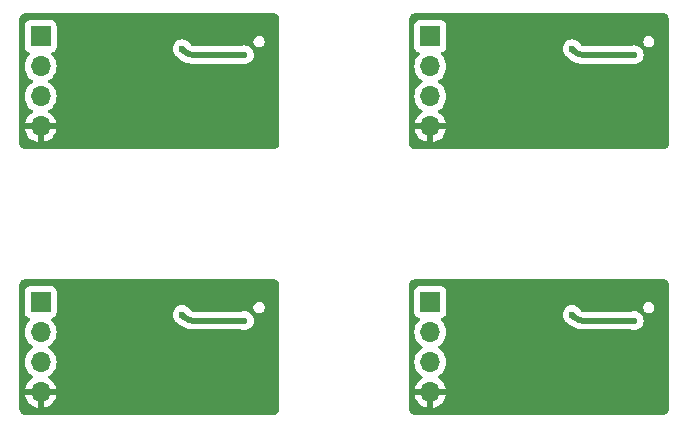
<source format=gbr>
%TF.GenerationSoftware,KiCad,Pcbnew,8.0.8-8.0.8-0~ubuntu24.04.1*%
%TF.CreationDate,2025-02-18T02:43:16+01:00*%
%TF.ProjectId,SPU0410LR5H_panel,53505530-3431-4304-9c52-35485f70616e,rev?*%
%TF.SameCoordinates,Original*%
%TF.FileFunction,Copper,L2,Bot*%
%TF.FilePolarity,Positive*%
%FSLAX46Y46*%
G04 Gerber Fmt 4.6, Leading zero omitted, Abs format (unit mm)*
G04 Created by KiCad (PCBNEW 8.0.8-8.0.8-0~ubuntu24.04.1) date 2025-02-18 02:43:16*
%MOMM*%
%LPD*%
G01*
G04 APERTURE LIST*
%TA.AperFunction,ComponentPad*%
%ADD10R,1.700000X1.700000*%
%TD*%
%TA.AperFunction,ComponentPad*%
%ADD11O,1.700000X1.700000*%
%TD*%
%TA.AperFunction,ViaPad*%
%ADD12C,0.600000*%
%TD*%
%TA.AperFunction,Conductor*%
%ADD13C,0.500000*%
%TD*%
G04 APERTURE END LIST*
D10*
%TO.P,J1,1,Pin_1*%
%TO.N,Board_2-+3.3V*%
X79300000Y-44950000D03*
D11*
%TO.P,J1,2,Pin_2*%
%TO.N,Board_2-OUTPUT*%
X79300000Y-47490000D03*
%TO.P,J1,3,Pin_3*%
%TO.N,Board_2-VCC{slash}2*%
X79300000Y-50030000D03*
%TO.P,J1,4,Pin_4*%
%TO.N,Board_2-GND*%
X79300000Y-52570000D03*
%TD*%
D10*
%TO.P,J1,1,Pin_1*%
%TO.N,Board_3-+3.3V*%
X112300000Y-44950000D03*
D11*
%TO.P,J1,2,Pin_2*%
%TO.N,Board_3-OUTPUT*%
X112300000Y-47490000D03*
%TO.P,J1,3,Pin_3*%
%TO.N,Board_3-VCC{slash}2*%
X112300000Y-50030000D03*
%TO.P,J1,4,Pin_4*%
%TO.N,Board_3-GND*%
X112300000Y-52570000D03*
%TD*%
D10*
%TO.P,J1,1,Pin_1*%
%TO.N,Board_0-+3.3V*%
X79300000Y-22450000D03*
D11*
%TO.P,J1,2,Pin_2*%
%TO.N,Board_0-OUTPUT*%
X79300000Y-24990000D03*
%TO.P,J1,3,Pin_3*%
%TO.N,Board_0-VCC{slash}2*%
X79300000Y-27530000D03*
%TO.P,J1,4,Pin_4*%
%TO.N,Board_0-GND*%
X79300000Y-30070000D03*
%TD*%
D10*
%TO.P,J1,1,Pin_1*%
%TO.N,Board_1-+3.3V*%
X112300000Y-22450000D03*
D11*
%TO.P,J1,2,Pin_2*%
%TO.N,Board_1-OUTPUT*%
X112300000Y-24990000D03*
%TO.P,J1,3,Pin_3*%
%TO.N,Board_1-VCC{slash}2*%
X112300000Y-27530000D03*
%TO.P,J1,4,Pin_4*%
%TO.N,Board_1-GND*%
X112300000Y-30070000D03*
%TD*%
D12*
%TO.N,Board_0-+3.3V*%
X91300000Y-23515000D03*
X96550000Y-24015000D03*
%TO.N,Board_0-GND*%
X83000000Y-30000000D03*
X86500000Y-30000000D03*
X95750000Y-31000000D03*
X84750000Y-22265000D03*
X88250000Y-30000000D03*
X86500000Y-22265000D03*
X82000000Y-31000000D03*
X87250000Y-31000000D03*
X94000000Y-31000000D03*
X89250000Y-25000000D03*
X97800000Y-24110499D03*
X93750000Y-22000000D03*
X88250000Y-22265000D03*
X83750000Y-31000000D03*
X84750000Y-30000000D03*
X95000000Y-30000000D03*
X97800000Y-26000000D03*
X95500000Y-22000000D03*
X96500000Y-21000000D03*
X81250000Y-30000000D03*
X90000000Y-26000000D03*
X85500000Y-31000000D03*
X94750000Y-21000000D03*
%TO.N,Board_1-+3.3V*%
X124300000Y-23515000D03*
X129550000Y-24015000D03*
%TO.N,Board_1-GND*%
X122250000Y-25000000D03*
X120250000Y-31000000D03*
X116000000Y-30000000D03*
X118500000Y-31000000D03*
X128000000Y-30000000D03*
X127000000Y-31000000D03*
X121250000Y-30000000D03*
X128500000Y-22000000D03*
X117750000Y-30000000D03*
X130800000Y-26000000D03*
X115000000Y-31000000D03*
X116750000Y-31000000D03*
X128750000Y-31000000D03*
X119500000Y-30000000D03*
X127750000Y-21000000D03*
X130800000Y-24110499D03*
X114250000Y-30000000D03*
X117750000Y-22265000D03*
X119500000Y-22265000D03*
X123000000Y-26000000D03*
X121250000Y-22265000D03*
X129500000Y-21000000D03*
X126750000Y-22000000D03*
%TO.N,Board_2-+3.3V*%
X96550000Y-46515000D03*
X91300000Y-46015000D03*
%TO.N,Board_2-GND*%
X89250000Y-47500000D03*
X87250000Y-53500000D03*
X94750000Y-43500000D03*
X82000000Y-53500000D03*
X95500000Y-44500000D03*
X81250000Y-52500000D03*
X96500000Y-43500000D03*
X97800000Y-46610499D03*
X84750000Y-52500000D03*
X88250000Y-52500000D03*
X95750000Y-53500000D03*
X94000000Y-53500000D03*
X97800000Y-48500000D03*
X84750000Y-44765000D03*
X88250000Y-44765000D03*
X86500000Y-44765000D03*
X83750000Y-53500000D03*
X83000000Y-52500000D03*
X90000000Y-48500000D03*
X85500000Y-53500000D03*
X95000000Y-52500000D03*
X86500000Y-52500000D03*
X93750000Y-44500000D03*
%TO.N,Board_3-+3.3V*%
X124300000Y-46015000D03*
X129550000Y-46515000D03*
%TO.N,Board_3-GND*%
X114250000Y-52500000D03*
X116750000Y-53500000D03*
X120250000Y-53500000D03*
X126750000Y-44500000D03*
X117750000Y-52500000D03*
X119500000Y-44765000D03*
X117750000Y-44765000D03*
X129500000Y-43500000D03*
X119500000Y-52500000D03*
X115000000Y-53500000D03*
X121250000Y-44765000D03*
X127000000Y-53500000D03*
X118500000Y-53500000D03*
X128750000Y-53500000D03*
X130800000Y-46610499D03*
X128500000Y-44500000D03*
X130800000Y-48500000D03*
X122250000Y-47500000D03*
X123000000Y-48500000D03*
X116000000Y-52500000D03*
X128000000Y-52500000D03*
X127750000Y-43500000D03*
X121250000Y-52500000D03*
%TD*%
D13*
%TO.N,Board_0-+3.3V*%
X92153553Y-24015000D02*
X96550000Y-24015000D01*
X91550000Y-23765000D02*
X91300000Y-23515000D01*
X91550000Y-23765000D02*
G75*
G03*
X92153553Y-24015019I603600J603600D01*
G01*
%TO.N,Board_1-+3.3V*%
X125153553Y-24015000D02*
X129550000Y-24015000D01*
X124550000Y-23765000D02*
X124300000Y-23515000D01*
X124550000Y-23765000D02*
G75*
G03*
X125153553Y-24015019I603600J603600D01*
G01*
%TO.N,Board_2-+3.3V*%
X91550000Y-46265000D02*
X91300000Y-46015000D01*
X92153553Y-46515000D02*
X96550000Y-46515000D01*
X91550000Y-46265000D02*
G75*
G03*
X92153553Y-46515019I603600J603600D01*
G01*
%TO.N,Board_3-+3.3V*%
X124550000Y-46265000D02*
X124300000Y-46015000D01*
X125153553Y-46515000D02*
X129550000Y-46515000D01*
X124550000Y-46265000D02*
G75*
G03*
X125153553Y-46515019I603600J603600D01*
G01*
%TD*%
%TA.AperFunction,Conductor*%
%TO.N,Board_2-GND*%
G36*
X99006923Y-43001280D02*
G01*
X99023412Y-43003137D01*
X99097268Y-43011458D01*
X99124325Y-43017633D01*
X99203547Y-43045354D01*
X99228550Y-43057395D01*
X99299607Y-43102043D01*
X99321314Y-43119355D01*
X99380646Y-43178687D01*
X99397958Y-43200395D01*
X99442601Y-43271442D01*
X99454650Y-43296462D01*
X99482364Y-43375667D01*
X99488542Y-43402735D01*
X99498720Y-43493059D01*
X99499500Y-43506944D01*
X99499500Y-53993040D01*
X99498720Y-54006923D01*
X99488541Y-54097265D01*
X99482362Y-54124337D01*
X99454649Y-54203535D01*
X99442602Y-54228552D01*
X99397957Y-54299604D01*
X99380644Y-54321313D01*
X99321313Y-54380644D01*
X99299604Y-54397957D01*
X99228552Y-54442602D01*
X99203535Y-54454649D01*
X99124337Y-54482362D01*
X99097266Y-54488541D01*
X99032898Y-54495793D01*
X99006922Y-54498720D01*
X98993041Y-54499500D01*
X78006963Y-54499500D01*
X77993079Y-54498720D01*
X77980554Y-54497308D01*
X77902736Y-54488540D01*
X77875667Y-54482362D01*
X77796463Y-54454648D01*
X77771444Y-54442599D01*
X77700398Y-54397957D01*
X77678690Y-54380645D01*
X77619356Y-54321311D01*
X77602043Y-54299602D01*
X77557399Y-54228552D01*
X77545354Y-54203539D01*
X77517637Y-54124331D01*
X77511462Y-54097277D01*
X77501278Y-54006892D01*
X77500500Y-53993020D01*
X77500500Y-47489999D01*
X77944341Y-47489999D01*
X77944341Y-47490000D01*
X77964936Y-47725403D01*
X77964938Y-47725413D01*
X78026094Y-47953655D01*
X78026096Y-47953659D01*
X78026097Y-47953663D01*
X78125965Y-48167830D01*
X78125967Y-48167834D01*
X78261501Y-48361395D01*
X78261506Y-48361402D01*
X78428597Y-48528493D01*
X78428603Y-48528498D01*
X78614158Y-48658425D01*
X78657783Y-48713002D01*
X78664977Y-48782500D01*
X78633454Y-48844855D01*
X78614158Y-48861575D01*
X78428597Y-48991505D01*
X78261505Y-49158597D01*
X78125965Y-49352169D01*
X78125964Y-49352171D01*
X78026098Y-49566335D01*
X78026094Y-49566344D01*
X77964938Y-49794586D01*
X77964936Y-49794596D01*
X77944341Y-50029999D01*
X77944341Y-50030000D01*
X77964936Y-50265403D01*
X77964938Y-50265413D01*
X78026094Y-50493655D01*
X78026096Y-50493659D01*
X78026097Y-50493663D01*
X78125965Y-50707830D01*
X78125967Y-50707834D01*
X78261501Y-50901395D01*
X78261506Y-50901402D01*
X78428597Y-51068493D01*
X78428603Y-51068498D01*
X78614594Y-51198730D01*
X78658219Y-51253307D01*
X78665413Y-51322805D01*
X78633890Y-51385160D01*
X78614595Y-51401880D01*
X78428922Y-51531890D01*
X78428920Y-51531891D01*
X78261891Y-51698920D01*
X78261886Y-51698926D01*
X78126400Y-51892420D01*
X78126399Y-51892422D01*
X78026570Y-52106507D01*
X78026567Y-52106513D01*
X77969364Y-52319999D01*
X77969364Y-52320000D01*
X78866988Y-52320000D01*
X78834075Y-52377007D01*
X78800000Y-52504174D01*
X78800000Y-52635826D01*
X78834075Y-52762993D01*
X78866988Y-52820000D01*
X77969364Y-52820000D01*
X78026567Y-53033486D01*
X78026570Y-53033492D01*
X78126399Y-53247578D01*
X78261894Y-53441082D01*
X78428917Y-53608105D01*
X78622421Y-53743600D01*
X78836507Y-53843429D01*
X78836516Y-53843433D01*
X79050000Y-53900634D01*
X79050000Y-53003012D01*
X79107007Y-53035925D01*
X79234174Y-53070000D01*
X79365826Y-53070000D01*
X79492993Y-53035925D01*
X79550000Y-53003012D01*
X79550000Y-53900633D01*
X79763483Y-53843433D01*
X79763492Y-53843429D01*
X79977578Y-53743600D01*
X80171082Y-53608105D01*
X80338105Y-53441082D01*
X80473600Y-53247578D01*
X80573429Y-53033492D01*
X80573432Y-53033486D01*
X80630636Y-52820000D01*
X79733012Y-52820000D01*
X79765925Y-52762993D01*
X79800000Y-52635826D01*
X79800000Y-52504174D01*
X79765925Y-52377007D01*
X79733012Y-52320000D01*
X80630636Y-52320000D01*
X80630635Y-52319999D01*
X80573432Y-52106513D01*
X80573429Y-52106507D01*
X80473600Y-51892422D01*
X80473599Y-51892420D01*
X80338113Y-51698926D01*
X80338108Y-51698920D01*
X80171078Y-51531890D01*
X79985405Y-51401879D01*
X79941780Y-51347302D01*
X79934588Y-51277804D01*
X79966110Y-51215449D01*
X79985406Y-51198730D01*
X80171401Y-51068495D01*
X80338495Y-50901401D01*
X80474035Y-50707830D01*
X80573903Y-50493663D01*
X80635063Y-50265408D01*
X80655659Y-50030000D01*
X80635063Y-49794592D01*
X80573903Y-49566337D01*
X80474035Y-49352171D01*
X80338495Y-49158599D01*
X80338494Y-49158597D01*
X80171402Y-48991506D01*
X80171396Y-48991501D01*
X79985842Y-48861575D01*
X79942217Y-48806998D01*
X79935023Y-48737500D01*
X79966546Y-48675145D01*
X79985842Y-48658425D01*
X80008026Y-48642891D01*
X80171401Y-48528495D01*
X80338495Y-48361401D01*
X80474035Y-48167830D01*
X80573903Y-47953663D01*
X80635063Y-47725408D01*
X80655659Y-47490000D01*
X80635063Y-47254592D01*
X80573903Y-47026337D01*
X80474035Y-46812171D01*
X80462489Y-46795682D01*
X80338496Y-46618600D01*
X80338495Y-46618599D01*
X80216567Y-46496671D01*
X80183084Y-46435351D01*
X80188068Y-46365659D01*
X80229939Y-46309725D01*
X80260915Y-46292810D01*
X80392331Y-46243796D01*
X80507546Y-46157546D01*
X80593796Y-46042331D01*
X80603991Y-46014996D01*
X90494435Y-46014996D01*
X90494435Y-46015003D01*
X90514630Y-46194249D01*
X90514631Y-46194254D01*
X90574211Y-46364523D01*
X90574925Y-46365659D01*
X90670184Y-46517262D01*
X90797738Y-46644816D01*
X90950478Y-46740789D01*
X90950480Y-46740789D01*
X90950484Y-46740792D01*
X90956756Y-46743813D01*
X90955869Y-46745653D01*
X90991937Y-46768305D01*
X91019315Y-46795683D01*
X91019315Y-46795682D01*
X91077470Y-46853838D01*
X91077924Y-46854263D01*
X91093671Y-46870011D01*
X91260467Y-46998000D01*
X91260479Y-46998009D01*
X91442569Y-47103143D01*
X91636823Y-47183613D01*
X91839918Y-47238040D01*
X92048380Y-47265495D01*
X92072823Y-47265495D01*
X92072889Y-47265500D01*
X92153511Y-47265500D01*
X92232392Y-47265504D01*
X92232397Y-47265502D01*
X92238786Y-47265503D01*
X92238863Y-47265500D01*
X96250028Y-47265500D01*
X96290983Y-47272458D01*
X96370745Y-47300368D01*
X96370750Y-47300369D01*
X96549996Y-47320565D01*
X96550000Y-47320565D01*
X96550004Y-47320565D01*
X96729249Y-47300369D01*
X96729252Y-47300368D01*
X96729255Y-47300368D01*
X96899522Y-47240789D01*
X97052262Y-47144816D01*
X97179816Y-47017262D01*
X97275789Y-46864522D01*
X97335368Y-46694255D01*
X97335369Y-46694249D01*
X97355565Y-46515003D01*
X97355565Y-46514996D01*
X97335369Y-46335750D01*
X97335368Y-46335745D01*
X97303194Y-46243797D01*
X97275789Y-46165478D01*
X97179816Y-46012738D01*
X97052262Y-45885184D01*
X96994031Y-45848595D01*
X96899523Y-45789211D01*
X96729254Y-45729631D01*
X96729249Y-45729630D01*
X96550004Y-45709435D01*
X96549996Y-45709435D01*
X96370750Y-45729630D01*
X96370745Y-45729631D01*
X96290983Y-45757542D01*
X96250028Y-45764500D01*
X92162230Y-45764500D01*
X92095191Y-45744815D01*
X92074549Y-45728181D01*
X92053307Y-45706939D01*
X92030653Y-45670869D01*
X92028813Y-45671756D01*
X92025792Y-45665484D01*
X92025789Y-45665480D01*
X92025789Y-45665478D01*
X91929816Y-45512738D01*
X91802262Y-45385184D01*
X91734966Y-45342899D01*
X97324500Y-45342899D01*
X97324500Y-45468101D01*
X97356905Y-45589036D01*
X97419505Y-45697464D01*
X97508036Y-45785995D01*
X97616464Y-45848595D01*
X97737399Y-45881000D01*
X97737401Y-45881000D01*
X97862599Y-45881000D01*
X97862601Y-45881000D01*
X97983536Y-45848595D01*
X98091964Y-45785995D01*
X98180495Y-45697464D01*
X98243095Y-45589036D01*
X98275500Y-45468101D01*
X98275500Y-45342899D01*
X98243095Y-45221964D01*
X98180495Y-45113536D01*
X98091964Y-45025005D01*
X97983536Y-44962405D01*
X97983537Y-44962405D01*
X97943224Y-44951603D01*
X97862601Y-44930000D01*
X97737399Y-44930000D01*
X97656775Y-44951603D01*
X97616463Y-44962405D01*
X97508037Y-45025004D01*
X97508034Y-45025006D01*
X97419506Y-45113534D01*
X97419504Y-45113537D01*
X97356905Y-45221963D01*
X97354850Y-45229632D01*
X97324500Y-45342899D01*
X91734966Y-45342899D01*
X91649523Y-45289211D01*
X91479254Y-45229631D01*
X91479249Y-45229630D01*
X91300004Y-45209435D01*
X91299996Y-45209435D01*
X91120750Y-45229630D01*
X91120745Y-45229631D01*
X90950476Y-45289211D01*
X90797737Y-45385184D01*
X90670184Y-45512737D01*
X90574211Y-45665476D01*
X90514631Y-45835745D01*
X90514630Y-45835750D01*
X90494435Y-46014996D01*
X80603991Y-46014996D01*
X80644091Y-45907483D01*
X80650500Y-45847873D01*
X80650499Y-44052128D01*
X80644091Y-43992517D01*
X80593796Y-43857669D01*
X80593795Y-43857668D01*
X80593793Y-43857664D01*
X80507547Y-43742455D01*
X80507544Y-43742452D01*
X80392335Y-43656206D01*
X80392328Y-43656202D01*
X80257482Y-43605908D01*
X80257483Y-43605908D01*
X80197883Y-43599501D01*
X80197881Y-43599500D01*
X80197873Y-43599500D01*
X80197864Y-43599500D01*
X78402129Y-43599500D01*
X78402123Y-43599501D01*
X78342516Y-43605908D01*
X78207671Y-43656202D01*
X78207664Y-43656206D01*
X78092455Y-43742452D01*
X78092452Y-43742455D01*
X78006206Y-43857664D01*
X78006202Y-43857671D01*
X77955908Y-43992517D01*
X77949501Y-44052116D01*
X77949501Y-44052123D01*
X77949500Y-44052135D01*
X77949500Y-45847870D01*
X77949501Y-45847876D01*
X77955908Y-45907483D01*
X78006202Y-46042328D01*
X78006206Y-46042335D01*
X78092452Y-46157544D01*
X78092455Y-46157547D01*
X78207664Y-46243793D01*
X78207671Y-46243797D01*
X78339081Y-46292810D01*
X78395015Y-46334681D01*
X78419432Y-46400145D01*
X78404580Y-46468418D01*
X78383430Y-46496673D01*
X78261503Y-46618600D01*
X78125965Y-46812169D01*
X78125964Y-46812171D01*
X78026098Y-47026335D01*
X78026094Y-47026344D01*
X77964938Y-47254586D01*
X77964936Y-47254596D01*
X77944341Y-47489999D01*
X77500500Y-47489999D01*
X77500500Y-43506960D01*
X77501280Y-43493076D01*
X77501282Y-43493059D01*
X77511459Y-43402732D01*
X77517637Y-43375667D01*
X77545353Y-43296456D01*
X77557396Y-43271450D01*
X77602046Y-43200389D01*
X77619351Y-43178690D01*
X77678690Y-43119351D01*
X77700389Y-43102046D01*
X77771450Y-43057396D01*
X77796456Y-43045353D01*
X77875670Y-43017635D01*
X77902733Y-43011459D01*
X77965326Y-43004407D01*
X77993080Y-43001280D01*
X78006963Y-43000500D01*
X78065893Y-43000500D01*
X98934108Y-43000500D01*
X98993041Y-43000500D01*
X99006923Y-43001280D01*
G37*
%TD.AperFunction*%
%TD*%
%TA.AperFunction,Conductor*%
%TO.N,Board_0-GND*%
G36*
X99006923Y-20501280D02*
G01*
X99023412Y-20503137D01*
X99097268Y-20511458D01*
X99124325Y-20517633D01*
X99203547Y-20545354D01*
X99228550Y-20557395D01*
X99299607Y-20602043D01*
X99321314Y-20619355D01*
X99380646Y-20678687D01*
X99397958Y-20700395D01*
X99442601Y-20771442D01*
X99454650Y-20796462D01*
X99482364Y-20875667D01*
X99488542Y-20902735D01*
X99498720Y-20993059D01*
X99499500Y-21006944D01*
X99499500Y-31493040D01*
X99498720Y-31506923D01*
X99488541Y-31597265D01*
X99482362Y-31624337D01*
X99454649Y-31703535D01*
X99442602Y-31728552D01*
X99397957Y-31799604D01*
X99380644Y-31821313D01*
X99321313Y-31880644D01*
X99299604Y-31897957D01*
X99228552Y-31942602D01*
X99203535Y-31954649D01*
X99124337Y-31982362D01*
X99097266Y-31988541D01*
X99032898Y-31995793D01*
X99006922Y-31998720D01*
X98993041Y-31999500D01*
X78006963Y-31999500D01*
X77993079Y-31998720D01*
X77980554Y-31997308D01*
X77902736Y-31988540D01*
X77875667Y-31982362D01*
X77796463Y-31954648D01*
X77771444Y-31942599D01*
X77700398Y-31897957D01*
X77678690Y-31880645D01*
X77619356Y-31821311D01*
X77602043Y-31799602D01*
X77557399Y-31728552D01*
X77545354Y-31703539D01*
X77517637Y-31624331D01*
X77511462Y-31597277D01*
X77501278Y-31506892D01*
X77500500Y-31493020D01*
X77500500Y-24989999D01*
X77944341Y-24989999D01*
X77944341Y-24990000D01*
X77964936Y-25225403D01*
X77964938Y-25225413D01*
X78026094Y-25453655D01*
X78026096Y-25453659D01*
X78026097Y-25453663D01*
X78125965Y-25667830D01*
X78125967Y-25667834D01*
X78261501Y-25861395D01*
X78261506Y-25861402D01*
X78428597Y-26028493D01*
X78428603Y-26028498D01*
X78614158Y-26158425D01*
X78657783Y-26213002D01*
X78664977Y-26282500D01*
X78633454Y-26344855D01*
X78614158Y-26361575D01*
X78428597Y-26491505D01*
X78261505Y-26658597D01*
X78125965Y-26852169D01*
X78125964Y-26852171D01*
X78026098Y-27066335D01*
X78026094Y-27066344D01*
X77964938Y-27294586D01*
X77964936Y-27294596D01*
X77944341Y-27529999D01*
X77944341Y-27530000D01*
X77964936Y-27765403D01*
X77964938Y-27765413D01*
X78026094Y-27993655D01*
X78026096Y-27993659D01*
X78026097Y-27993663D01*
X78125965Y-28207830D01*
X78125967Y-28207834D01*
X78261501Y-28401395D01*
X78261506Y-28401402D01*
X78428597Y-28568493D01*
X78428603Y-28568498D01*
X78614594Y-28698730D01*
X78658219Y-28753307D01*
X78665413Y-28822805D01*
X78633890Y-28885160D01*
X78614595Y-28901880D01*
X78428922Y-29031890D01*
X78428920Y-29031891D01*
X78261891Y-29198920D01*
X78261886Y-29198926D01*
X78126400Y-29392420D01*
X78126399Y-29392422D01*
X78026570Y-29606507D01*
X78026567Y-29606513D01*
X77969364Y-29819999D01*
X77969364Y-29820000D01*
X78866988Y-29820000D01*
X78834075Y-29877007D01*
X78800000Y-30004174D01*
X78800000Y-30135826D01*
X78834075Y-30262993D01*
X78866988Y-30320000D01*
X77969364Y-30320000D01*
X78026567Y-30533486D01*
X78026570Y-30533492D01*
X78126399Y-30747578D01*
X78261894Y-30941082D01*
X78428917Y-31108105D01*
X78622421Y-31243600D01*
X78836507Y-31343429D01*
X78836516Y-31343433D01*
X79050000Y-31400634D01*
X79050000Y-30503012D01*
X79107007Y-30535925D01*
X79234174Y-30570000D01*
X79365826Y-30570000D01*
X79492993Y-30535925D01*
X79550000Y-30503012D01*
X79550000Y-31400633D01*
X79763483Y-31343433D01*
X79763492Y-31343429D01*
X79977578Y-31243600D01*
X80171082Y-31108105D01*
X80338105Y-30941082D01*
X80473600Y-30747578D01*
X80573429Y-30533492D01*
X80573432Y-30533486D01*
X80630636Y-30320000D01*
X79733012Y-30320000D01*
X79765925Y-30262993D01*
X79800000Y-30135826D01*
X79800000Y-30004174D01*
X79765925Y-29877007D01*
X79733012Y-29820000D01*
X80630636Y-29820000D01*
X80630635Y-29819999D01*
X80573432Y-29606513D01*
X80573429Y-29606507D01*
X80473600Y-29392422D01*
X80473599Y-29392420D01*
X80338113Y-29198926D01*
X80338108Y-29198920D01*
X80171078Y-29031890D01*
X79985405Y-28901879D01*
X79941780Y-28847302D01*
X79934588Y-28777804D01*
X79966110Y-28715449D01*
X79985406Y-28698730D01*
X80171401Y-28568495D01*
X80338495Y-28401401D01*
X80474035Y-28207830D01*
X80573903Y-27993663D01*
X80635063Y-27765408D01*
X80655659Y-27530000D01*
X80635063Y-27294592D01*
X80573903Y-27066337D01*
X80474035Y-26852171D01*
X80338495Y-26658599D01*
X80338494Y-26658597D01*
X80171402Y-26491506D01*
X80171396Y-26491501D01*
X79985842Y-26361575D01*
X79942217Y-26306998D01*
X79935023Y-26237500D01*
X79966546Y-26175145D01*
X79985842Y-26158425D01*
X80008026Y-26142891D01*
X80171401Y-26028495D01*
X80338495Y-25861401D01*
X80474035Y-25667830D01*
X80573903Y-25453663D01*
X80635063Y-25225408D01*
X80655659Y-24990000D01*
X80635063Y-24754592D01*
X80573903Y-24526337D01*
X80474035Y-24312171D01*
X80462489Y-24295682D01*
X80338496Y-24118600D01*
X80338495Y-24118599D01*
X80216567Y-23996671D01*
X80183084Y-23935351D01*
X80188068Y-23865659D01*
X80229939Y-23809725D01*
X80260915Y-23792810D01*
X80392331Y-23743796D01*
X80507546Y-23657546D01*
X80593796Y-23542331D01*
X80603991Y-23514996D01*
X90494435Y-23514996D01*
X90494435Y-23515003D01*
X90514630Y-23694249D01*
X90514631Y-23694254D01*
X90574211Y-23864523D01*
X90574925Y-23865659D01*
X90670184Y-24017262D01*
X90797738Y-24144816D01*
X90950478Y-24240789D01*
X90950480Y-24240789D01*
X90950484Y-24240792D01*
X90956756Y-24243813D01*
X90955869Y-24245653D01*
X90991937Y-24268305D01*
X91019315Y-24295683D01*
X91019315Y-24295682D01*
X91077470Y-24353838D01*
X91077924Y-24354263D01*
X91093671Y-24370011D01*
X91260467Y-24498000D01*
X91260479Y-24498009D01*
X91442569Y-24603143D01*
X91636823Y-24683613D01*
X91839918Y-24738040D01*
X92048380Y-24765495D01*
X92072823Y-24765495D01*
X92072889Y-24765500D01*
X92153511Y-24765500D01*
X92232392Y-24765504D01*
X92232397Y-24765502D01*
X92238786Y-24765503D01*
X92238863Y-24765500D01*
X96250028Y-24765500D01*
X96290983Y-24772458D01*
X96370745Y-24800368D01*
X96370750Y-24800369D01*
X96549996Y-24820565D01*
X96550000Y-24820565D01*
X96550004Y-24820565D01*
X96729249Y-24800369D01*
X96729252Y-24800368D01*
X96729255Y-24800368D01*
X96899522Y-24740789D01*
X97052262Y-24644816D01*
X97179816Y-24517262D01*
X97275789Y-24364522D01*
X97335368Y-24194255D01*
X97335369Y-24194249D01*
X97355565Y-24015003D01*
X97355565Y-24014996D01*
X97335369Y-23835750D01*
X97335368Y-23835745D01*
X97303194Y-23743797D01*
X97275789Y-23665478D01*
X97179816Y-23512738D01*
X97052262Y-23385184D01*
X96994031Y-23348595D01*
X96899523Y-23289211D01*
X96729254Y-23229631D01*
X96729249Y-23229630D01*
X96550004Y-23209435D01*
X96549996Y-23209435D01*
X96370750Y-23229630D01*
X96370745Y-23229631D01*
X96290983Y-23257542D01*
X96250028Y-23264500D01*
X92162230Y-23264500D01*
X92095191Y-23244815D01*
X92074549Y-23228181D01*
X92053307Y-23206939D01*
X92030653Y-23170869D01*
X92028813Y-23171756D01*
X92025792Y-23165484D01*
X92025789Y-23165480D01*
X92025789Y-23165478D01*
X91929816Y-23012738D01*
X91802262Y-22885184D01*
X91734966Y-22842899D01*
X97324500Y-22842899D01*
X97324500Y-22968101D01*
X97356905Y-23089036D01*
X97419505Y-23197464D01*
X97508036Y-23285995D01*
X97616464Y-23348595D01*
X97737399Y-23381000D01*
X97737401Y-23381000D01*
X97862599Y-23381000D01*
X97862601Y-23381000D01*
X97983536Y-23348595D01*
X98091964Y-23285995D01*
X98180495Y-23197464D01*
X98243095Y-23089036D01*
X98275500Y-22968101D01*
X98275500Y-22842899D01*
X98243095Y-22721964D01*
X98180495Y-22613536D01*
X98091964Y-22525005D01*
X97983536Y-22462405D01*
X97983537Y-22462405D01*
X97943224Y-22451603D01*
X97862601Y-22430000D01*
X97737399Y-22430000D01*
X97656775Y-22451603D01*
X97616463Y-22462405D01*
X97508037Y-22525004D01*
X97508034Y-22525006D01*
X97419506Y-22613534D01*
X97419504Y-22613537D01*
X97356905Y-22721963D01*
X97354850Y-22729632D01*
X97324500Y-22842899D01*
X91734966Y-22842899D01*
X91649523Y-22789211D01*
X91479254Y-22729631D01*
X91479249Y-22729630D01*
X91300004Y-22709435D01*
X91299996Y-22709435D01*
X91120750Y-22729630D01*
X91120745Y-22729631D01*
X90950476Y-22789211D01*
X90797737Y-22885184D01*
X90670184Y-23012737D01*
X90574211Y-23165476D01*
X90514631Y-23335745D01*
X90514630Y-23335750D01*
X90494435Y-23514996D01*
X80603991Y-23514996D01*
X80644091Y-23407483D01*
X80650500Y-23347873D01*
X80650499Y-21552128D01*
X80644091Y-21492517D01*
X80593796Y-21357669D01*
X80593795Y-21357668D01*
X80593793Y-21357664D01*
X80507547Y-21242455D01*
X80507544Y-21242452D01*
X80392335Y-21156206D01*
X80392328Y-21156202D01*
X80257482Y-21105908D01*
X80257483Y-21105908D01*
X80197883Y-21099501D01*
X80197881Y-21099500D01*
X80197873Y-21099500D01*
X80197864Y-21099500D01*
X78402129Y-21099500D01*
X78402123Y-21099501D01*
X78342516Y-21105908D01*
X78207671Y-21156202D01*
X78207664Y-21156206D01*
X78092455Y-21242452D01*
X78092452Y-21242455D01*
X78006206Y-21357664D01*
X78006202Y-21357671D01*
X77955908Y-21492517D01*
X77949501Y-21552116D01*
X77949501Y-21552123D01*
X77949500Y-21552135D01*
X77949500Y-23347870D01*
X77949501Y-23347876D01*
X77955908Y-23407483D01*
X78006202Y-23542328D01*
X78006206Y-23542335D01*
X78092452Y-23657544D01*
X78092455Y-23657547D01*
X78207664Y-23743793D01*
X78207671Y-23743797D01*
X78339081Y-23792810D01*
X78395015Y-23834681D01*
X78419432Y-23900145D01*
X78404580Y-23968418D01*
X78383430Y-23996673D01*
X78261503Y-24118600D01*
X78125965Y-24312169D01*
X78125964Y-24312171D01*
X78026098Y-24526335D01*
X78026094Y-24526344D01*
X77964938Y-24754586D01*
X77964936Y-24754596D01*
X77944341Y-24989999D01*
X77500500Y-24989999D01*
X77500500Y-21006960D01*
X77501280Y-20993076D01*
X77501282Y-20993059D01*
X77511459Y-20902732D01*
X77517637Y-20875667D01*
X77545353Y-20796456D01*
X77557396Y-20771450D01*
X77602046Y-20700389D01*
X77619351Y-20678690D01*
X77678690Y-20619351D01*
X77700389Y-20602046D01*
X77771450Y-20557396D01*
X77796456Y-20545353D01*
X77875670Y-20517635D01*
X77902733Y-20511459D01*
X77965326Y-20504407D01*
X77993080Y-20501280D01*
X78006963Y-20500500D01*
X78065893Y-20500500D01*
X98934108Y-20500500D01*
X98993041Y-20500500D01*
X99006923Y-20501280D01*
G37*
%TD.AperFunction*%
%TD*%
%TA.AperFunction,Conductor*%
%TO.N,Board_1-GND*%
G36*
X132006923Y-20501280D02*
G01*
X132023412Y-20503137D01*
X132097268Y-20511458D01*
X132124325Y-20517633D01*
X132203547Y-20545354D01*
X132228550Y-20557395D01*
X132299607Y-20602043D01*
X132321314Y-20619355D01*
X132380646Y-20678687D01*
X132397958Y-20700395D01*
X132442601Y-20771442D01*
X132454650Y-20796462D01*
X132482364Y-20875667D01*
X132488542Y-20902735D01*
X132498720Y-20993059D01*
X132499500Y-21006944D01*
X132499500Y-31493040D01*
X132498720Y-31506923D01*
X132488541Y-31597265D01*
X132482362Y-31624337D01*
X132454649Y-31703535D01*
X132442602Y-31728552D01*
X132397957Y-31799604D01*
X132380644Y-31821313D01*
X132321313Y-31880644D01*
X132299604Y-31897957D01*
X132228552Y-31942602D01*
X132203535Y-31954649D01*
X132124337Y-31982362D01*
X132097266Y-31988541D01*
X132032898Y-31995793D01*
X132006922Y-31998720D01*
X131993041Y-31999500D01*
X111006963Y-31999500D01*
X110993079Y-31998720D01*
X110980554Y-31997308D01*
X110902736Y-31988540D01*
X110875667Y-31982362D01*
X110796463Y-31954648D01*
X110771444Y-31942599D01*
X110700398Y-31897957D01*
X110678690Y-31880645D01*
X110619356Y-31821311D01*
X110602043Y-31799602D01*
X110557399Y-31728552D01*
X110545354Y-31703539D01*
X110517637Y-31624331D01*
X110511462Y-31597277D01*
X110501278Y-31506892D01*
X110500500Y-31493020D01*
X110500500Y-24989999D01*
X110944341Y-24989999D01*
X110944341Y-24990000D01*
X110964936Y-25225403D01*
X110964938Y-25225413D01*
X111026094Y-25453655D01*
X111026096Y-25453659D01*
X111026097Y-25453663D01*
X111125965Y-25667830D01*
X111125967Y-25667834D01*
X111261501Y-25861395D01*
X111261506Y-25861402D01*
X111428597Y-26028493D01*
X111428603Y-26028498D01*
X111614158Y-26158425D01*
X111657783Y-26213002D01*
X111664977Y-26282500D01*
X111633454Y-26344855D01*
X111614158Y-26361575D01*
X111428597Y-26491505D01*
X111261505Y-26658597D01*
X111125965Y-26852169D01*
X111125964Y-26852171D01*
X111026098Y-27066335D01*
X111026094Y-27066344D01*
X110964938Y-27294586D01*
X110964936Y-27294596D01*
X110944341Y-27529999D01*
X110944341Y-27530000D01*
X110964936Y-27765403D01*
X110964938Y-27765413D01*
X111026094Y-27993655D01*
X111026096Y-27993659D01*
X111026097Y-27993663D01*
X111125965Y-28207830D01*
X111125967Y-28207834D01*
X111261501Y-28401395D01*
X111261506Y-28401402D01*
X111428597Y-28568493D01*
X111428603Y-28568498D01*
X111614594Y-28698730D01*
X111658219Y-28753307D01*
X111665413Y-28822805D01*
X111633890Y-28885160D01*
X111614595Y-28901880D01*
X111428922Y-29031890D01*
X111428920Y-29031891D01*
X111261891Y-29198920D01*
X111261886Y-29198926D01*
X111126400Y-29392420D01*
X111126399Y-29392422D01*
X111026570Y-29606507D01*
X111026567Y-29606513D01*
X110969364Y-29819999D01*
X110969364Y-29820000D01*
X111866988Y-29820000D01*
X111834075Y-29877007D01*
X111800000Y-30004174D01*
X111800000Y-30135826D01*
X111834075Y-30262993D01*
X111866988Y-30320000D01*
X110969364Y-30320000D01*
X111026567Y-30533486D01*
X111026570Y-30533492D01*
X111126399Y-30747578D01*
X111261894Y-30941082D01*
X111428917Y-31108105D01*
X111622421Y-31243600D01*
X111836507Y-31343429D01*
X111836516Y-31343433D01*
X112050000Y-31400634D01*
X112050000Y-30503012D01*
X112107007Y-30535925D01*
X112234174Y-30570000D01*
X112365826Y-30570000D01*
X112492993Y-30535925D01*
X112550000Y-30503012D01*
X112550000Y-31400633D01*
X112763483Y-31343433D01*
X112763492Y-31343429D01*
X112977578Y-31243600D01*
X113171082Y-31108105D01*
X113338105Y-30941082D01*
X113473600Y-30747578D01*
X113573429Y-30533492D01*
X113573432Y-30533486D01*
X113630636Y-30320000D01*
X112733012Y-30320000D01*
X112765925Y-30262993D01*
X112800000Y-30135826D01*
X112800000Y-30004174D01*
X112765925Y-29877007D01*
X112733012Y-29820000D01*
X113630636Y-29820000D01*
X113630635Y-29819999D01*
X113573432Y-29606513D01*
X113573429Y-29606507D01*
X113473600Y-29392422D01*
X113473599Y-29392420D01*
X113338113Y-29198926D01*
X113338108Y-29198920D01*
X113171078Y-29031890D01*
X112985405Y-28901879D01*
X112941780Y-28847302D01*
X112934588Y-28777804D01*
X112966110Y-28715449D01*
X112985406Y-28698730D01*
X113171401Y-28568495D01*
X113338495Y-28401401D01*
X113474035Y-28207830D01*
X113573903Y-27993663D01*
X113635063Y-27765408D01*
X113655659Y-27530000D01*
X113635063Y-27294592D01*
X113573903Y-27066337D01*
X113474035Y-26852171D01*
X113338495Y-26658599D01*
X113338494Y-26658597D01*
X113171402Y-26491506D01*
X113171396Y-26491501D01*
X112985842Y-26361575D01*
X112942217Y-26306998D01*
X112935023Y-26237500D01*
X112966546Y-26175145D01*
X112985842Y-26158425D01*
X113008026Y-26142891D01*
X113171401Y-26028495D01*
X113338495Y-25861401D01*
X113474035Y-25667830D01*
X113573903Y-25453663D01*
X113635063Y-25225408D01*
X113655659Y-24990000D01*
X113635063Y-24754592D01*
X113573903Y-24526337D01*
X113474035Y-24312171D01*
X113462489Y-24295682D01*
X113338496Y-24118600D01*
X113338495Y-24118599D01*
X113216567Y-23996671D01*
X113183084Y-23935351D01*
X113188068Y-23865659D01*
X113229939Y-23809725D01*
X113260915Y-23792810D01*
X113392331Y-23743796D01*
X113507546Y-23657546D01*
X113593796Y-23542331D01*
X113603991Y-23514996D01*
X123494435Y-23514996D01*
X123494435Y-23515003D01*
X123514630Y-23694249D01*
X123514631Y-23694254D01*
X123574211Y-23864523D01*
X123574925Y-23865659D01*
X123670184Y-24017262D01*
X123797738Y-24144816D01*
X123950478Y-24240789D01*
X123950480Y-24240789D01*
X123950484Y-24240792D01*
X123956756Y-24243813D01*
X123955869Y-24245653D01*
X123991937Y-24268305D01*
X124019315Y-24295683D01*
X124019315Y-24295682D01*
X124077470Y-24353838D01*
X124077924Y-24354263D01*
X124093671Y-24370011D01*
X124260467Y-24498000D01*
X124260479Y-24498009D01*
X124442569Y-24603143D01*
X124636823Y-24683613D01*
X124839918Y-24738040D01*
X125048380Y-24765495D01*
X125072823Y-24765495D01*
X125072889Y-24765500D01*
X125153511Y-24765500D01*
X125232392Y-24765504D01*
X125232397Y-24765502D01*
X125238786Y-24765503D01*
X125238863Y-24765500D01*
X129250028Y-24765500D01*
X129290983Y-24772458D01*
X129370745Y-24800368D01*
X129370750Y-24800369D01*
X129549996Y-24820565D01*
X129550000Y-24820565D01*
X129550004Y-24820565D01*
X129729249Y-24800369D01*
X129729252Y-24800368D01*
X129729255Y-24800368D01*
X129899522Y-24740789D01*
X130052262Y-24644816D01*
X130179816Y-24517262D01*
X130275789Y-24364522D01*
X130335368Y-24194255D01*
X130335369Y-24194249D01*
X130355565Y-24015003D01*
X130355565Y-24014996D01*
X130335369Y-23835750D01*
X130335368Y-23835745D01*
X130303194Y-23743797D01*
X130275789Y-23665478D01*
X130179816Y-23512738D01*
X130052262Y-23385184D01*
X129994031Y-23348595D01*
X129899523Y-23289211D01*
X129729254Y-23229631D01*
X129729249Y-23229630D01*
X129550004Y-23209435D01*
X129549996Y-23209435D01*
X129370750Y-23229630D01*
X129370745Y-23229631D01*
X129290983Y-23257542D01*
X129250028Y-23264500D01*
X125162230Y-23264500D01*
X125095191Y-23244815D01*
X125074549Y-23228181D01*
X125053307Y-23206939D01*
X125030653Y-23170869D01*
X125028813Y-23171756D01*
X125025792Y-23165484D01*
X125025789Y-23165480D01*
X125025789Y-23165478D01*
X124929816Y-23012738D01*
X124802262Y-22885184D01*
X124734966Y-22842899D01*
X130324500Y-22842899D01*
X130324500Y-22968101D01*
X130356905Y-23089036D01*
X130419505Y-23197464D01*
X130508036Y-23285995D01*
X130616464Y-23348595D01*
X130737399Y-23381000D01*
X130737401Y-23381000D01*
X130862599Y-23381000D01*
X130862601Y-23381000D01*
X130983536Y-23348595D01*
X131091964Y-23285995D01*
X131180495Y-23197464D01*
X131243095Y-23089036D01*
X131275500Y-22968101D01*
X131275500Y-22842899D01*
X131243095Y-22721964D01*
X131180495Y-22613536D01*
X131091964Y-22525005D01*
X130983536Y-22462405D01*
X130983537Y-22462405D01*
X130943224Y-22451603D01*
X130862601Y-22430000D01*
X130737399Y-22430000D01*
X130656775Y-22451603D01*
X130616463Y-22462405D01*
X130508037Y-22525004D01*
X130508034Y-22525006D01*
X130419506Y-22613534D01*
X130419504Y-22613537D01*
X130356905Y-22721963D01*
X130354850Y-22729632D01*
X130324500Y-22842899D01*
X124734966Y-22842899D01*
X124649523Y-22789211D01*
X124479254Y-22729631D01*
X124479249Y-22729630D01*
X124300004Y-22709435D01*
X124299996Y-22709435D01*
X124120750Y-22729630D01*
X124120745Y-22729631D01*
X123950476Y-22789211D01*
X123797737Y-22885184D01*
X123670184Y-23012737D01*
X123574211Y-23165476D01*
X123514631Y-23335745D01*
X123514630Y-23335750D01*
X123494435Y-23514996D01*
X113603991Y-23514996D01*
X113644091Y-23407483D01*
X113650500Y-23347873D01*
X113650499Y-21552128D01*
X113644091Y-21492517D01*
X113593796Y-21357669D01*
X113593795Y-21357668D01*
X113593793Y-21357664D01*
X113507547Y-21242455D01*
X113507544Y-21242452D01*
X113392335Y-21156206D01*
X113392328Y-21156202D01*
X113257482Y-21105908D01*
X113257483Y-21105908D01*
X113197883Y-21099501D01*
X113197881Y-21099500D01*
X113197873Y-21099500D01*
X113197864Y-21099500D01*
X111402129Y-21099500D01*
X111402123Y-21099501D01*
X111342516Y-21105908D01*
X111207671Y-21156202D01*
X111207664Y-21156206D01*
X111092455Y-21242452D01*
X111092452Y-21242455D01*
X111006206Y-21357664D01*
X111006202Y-21357671D01*
X110955908Y-21492517D01*
X110949501Y-21552116D01*
X110949501Y-21552123D01*
X110949500Y-21552135D01*
X110949500Y-23347870D01*
X110949501Y-23347876D01*
X110955908Y-23407483D01*
X111006202Y-23542328D01*
X111006206Y-23542335D01*
X111092452Y-23657544D01*
X111092455Y-23657547D01*
X111207664Y-23743793D01*
X111207671Y-23743797D01*
X111339081Y-23792810D01*
X111395015Y-23834681D01*
X111419432Y-23900145D01*
X111404580Y-23968418D01*
X111383430Y-23996673D01*
X111261503Y-24118600D01*
X111125965Y-24312169D01*
X111125964Y-24312171D01*
X111026098Y-24526335D01*
X111026094Y-24526344D01*
X110964938Y-24754586D01*
X110964936Y-24754596D01*
X110944341Y-24989999D01*
X110500500Y-24989999D01*
X110500500Y-21006960D01*
X110501280Y-20993076D01*
X110501282Y-20993059D01*
X110511459Y-20902732D01*
X110517637Y-20875667D01*
X110545353Y-20796456D01*
X110557396Y-20771450D01*
X110602046Y-20700389D01*
X110619351Y-20678690D01*
X110678690Y-20619351D01*
X110700389Y-20602046D01*
X110771450Y-20557396D01*
X110796456Y-20545353D01*
X110875670Y-20517635D01*
X110902733Y-20511459D01*
X110965326Y-20504407D01*
X110993080Y-20501280D01*
X111006963Y-20500500D01*
X111065893Y-20500500D01*
X131934108Y-20500500D01*
X131993041Y-20500500D01*
X132006923Y-20501280D01*
G37*
%TD.AperFunction*%
%TD*%
%TA.AperFunction,Conductor*%
%TO.N,Board_3-GND*%
G36*
X132006923Y-43001280D02*
G01*
X132023412Y-43003137D01*
X132097268Y-43011458D01*
X132124325Y-43017633D01*
X132203547Y-43045354D01*
X132228550Y-43057395D01*
X132299607Y-43102043D01*
X132321314Y-43119355D01*
X132380646Y-43178687D01*
X132397958Y-43200395D01*
X132442601Y-43271442D01*
X132454650Y-43296462D01*
X132482364Y-43375667D01*
X132488542Y-43402735D01*
X132498720Y-43493059D01*
X132499500Y-43506944D01*
X132499500Y-53993040D01*
X132498720Y-54006923D01*
X132488541Y-54097265D01*
X132482362Y-54124337D01*
X132454649Y-54203535D01*
X132442602Y-54228552D01*
X132397957Y-54299604D01*
X132380644Y-54321313D01*
X132321313Y-54380644D01*
X132299604Y-54397957D01*
X132228552Y-54442602D01*
X132203535Y-54454649D01*
X132124337Y-54482362D01*
X132097266Y-54488541D01*
X132032898Y-54495793D01*
X132006922Y-54498720D01*
X131993041Y-54499500D01*
X111006963Y-54499500D01*
X110993079Y-54498720D01*
X110980554Y-54497308D01*
X110902736Y-54488540D01*
X110875667Y-54482362D01*
X110796463Y-54454648D01*
X110771444Y-54442599D01*
X110700398Y-54397957D01*
X110678690Y-54380645D01*
X110619356Y-54321311D01*
X110602043Y-54299602D01*
X110557399Y-54228552D01*
X110545354Y-54203539D01*
X110517637Y-54124331D01*
X110511462Y-54097277D01*
X110501278Y-54006892D01*
X110500500Y-53993020D01*
X110500500Y-47489999D01*
X110944341Y-47489999D01*
X110944341Y-47490000D01*
X110964936Y-47725403D01*
X110964938Y-47725413D01*
X111026094Y-47953655D01*
X111026096Y-47953659D01*
X111026097Y-47953663D01*
X111125965Y-48167830D01*
X111125967Y-48167834D01*
X111261501Y-48361395D01*
X111261506Y-48361402D01*
X111428597Y-48528493D01*
X111428603Y-48528498D01*
X111614158Y-48658425D01*
X111657783Y-48713002D01*
X111664977Y-48782500D01*
X111633454Y-48844855D01*
X111614158Y-48861575D01*
X111428597Y-48991505D01*
X111261505Y-49158597D01*
X111125965Y-49352169D01*
X111125964Y-49352171D01*
X111026098Y-49566335D01*
X111026094Y-49566344D01*
X110964938Y-49794586D01*
X110964936Y-49794596D01*
X110944341Y-50029999D01*
X110944341Y-50030000D01*
X110964936Y-50265403D01*
X110964938Y-50265413D01*
X111026094Y-50493655D01*
X111026096Y-50493659D01*
X111026097Y-50493663D01*
X111125965Y-50707830D01*
X111125967Y-50707834D01*
X111261501Y-50901395D01*
X111261506Y-50901402D01*
X111428597Y-51068493D01*
X111428603Y-51068498D01*
X111614594Y-51198730D01*
X111658219Y-51253307D01*
X111665413Y-51322805D01*
X111633890Y-51385160D01*
X111614595Y-51401880D01*
X111428922Y-51531890D01*
X111428920Y-51531891D01*
X111261891Y-51698920D01*
X111261886Y-51698926D01*
X111126400Y-51892420D01*
X111126399Y-51892422D01*
X111026570Y-52106507D01*
X111026567Y-52106513D01*
X110969364Y-52319999D01*
X110969364Y-52320000D01*
X111866988Y-52320000D01*
X111834075Y-52377007D01*
X111800000Y-52504174D01*
X111800000Y-52635826D01*
X111834075Y-52762993D01*
X111866988Y-52820000D01*
X110969364Y-52820000D01*
X111026567Y-53033486D01*
X111026570Y-53033492D01*
X111126399Y-53247578D01*
X111261894Y-53441082D01*
X111428917Y-53608105D01*
X111622421Y-53743600D01*
X111836507Y-53843429D01*
X111836516Y-53843433D01*
X112050000Y-53900634D01*
X112050000Y-53003012D01*
X112107007Y-53035925D01*
X112234174Y-53070000D01*
X112365826Y-53070000D01*
X112492993Y-53035925D01*
X112550000Y-53003012D01*
X112550000Y-53900633D01*
X112763483Y-53843433D01*
X112763492Y-53843429D01*
X112977578Y-53743600D01*
X113171082Y-53608105D01*
X113338105Y-53441082D01*
X113473600Y-53247578D01*
X113573429Y-53033492D01*
X113573432Y-53033486D01*
X113630636Y-52820000D01*
X112733012Y-52820000D01*
X112765925Y-52762993D01*
X112800000Y-52635826D01*
X112800000Y-52504174D01*
X112765925Y-52377007D01*
X112733012Y-52320000D01*
X113630636Y-52320000D01*
X113630635Y-52319999D01*
X113573432Y-52106513D01*
X113573429Y-52106507D01*
X113473600Y-51892422D01*
X113473599Y-51892420D01*
X113338113Y-51698926D01*
X113338108Y-51698920D01*
X113171078Y-51531890D01*
X112985405Y-51401879D01*
X112941780Y-51347302D01*
X112934588Y-51277804D01*
X112966110Y-51215449D01*
X112985406Y-51198730D01*
X113171401Y-51068495D01*
X113338495Y-50901401D01*
X113474035Y-50707830D01*
X113573903Y-50493663D01*
X113635063Y-50265408D01*
X113655659Y-50030000D01*
X113635063Y-49794592D01*
X113573903Y-49566337D01*
X113474035Y-49352171D01*
X113338495Y-49158599D01*
X113338494Y-49158597D01*
X113171402Y-48991506D01*
X113171396Y-48991501D01*
X112985842Y-48861575D01*
X112942217Y-48806998D01*
X112935023Y-48737500D01*
X112966546Y-48675145D01*
X112985842Y-48658425D01*
X113008026Y-48642891D01*
X113171401Y-48528495D01*
X113338495Y-48361401D01*
X113474035Y-48167830D01*
X113573903Y-47953663D01*
X113635063Y-47725408D01*
X113655659Y-47490000D01*
X113635063Y-47254592D01*
X113573903Y-47026337D01*
X113474035Y-46812171D01*
X113462489Y-46795682D01*
X113338496Y-46618600D01*
X113338495Y-46618599D01*
X113216567Y-46496671D01*
X113183084Y-46435351D01*
X113188068Y-46365659D01*
X113229939Y-46309725D01*
X113260915Y-46292810D01*
X113392331Y-46243796D01*
X113507546Y-46157546D01*
X113593796Y-46042331D01*
X113603991Y-46014996D01*
X123494435Y-46014996D01*
X123494435Y-46015003D01*
X123514630Y-46194249D01*
X123514631Y-46194254D01*
X123574211Y-46364523D01*
X123574925Y-46365659D01*
X123670184Y-46517262D01*
X123797738Y-46644816D01*
X123950478Y-46740789D01*
X123950480Y-46740789D01*
X123950484Y-46740792D01*
X123956756Y-46743813D01*
X123955869Y-46745653D01*
X123991937Y-46768305D01*
X124019315Y-46795683D01*
X124019315Y-46795682D01*
X124077470Y-46853838D01*
X124077924Y-46854263D01*
X124093671Y-46870011D01*
X124260467Y-46998000D01*
X124260479Y-46998009D01*
X124442569Y-47103143D01*
X124636823Y-47183613D01*
X124839918Y-47238040D01*
X125048380Y-47265495D01*
X125072823Y-47265495D01*
X125072889Y-47265500D01*
X125153511Y-47265500D01*
X125232392Y-47265504D01*
X125232397Y-47265502D01*
X125238786Y-47265503D01*
X125238863Y-47265500D01*
X129250028Y-47265500D01*
X129290983Y-47272458D01*
X129370745Y-47300368D01*
X129370750Y-47300369D01*
X129549996Y-47320565D01*
X129550000Y-47320565D01*
X129550004Y-47320565D01*
X129729249Y-47300369D01*
X129729252Y-47300368D01*
X129729255Y-47300368D01*
X129899522Y-47240789D01*
X130052262Y-47144816D01*
X130179816Y-47017262D01*
X130275789Y-46864522D01*
X130335368Y-46694255D01*
X130335369Y-46694249D01*
X130355565Y-46515003D01*
X130355565Y-46514996D01*
X130335369Y-46335750D01*
X130335368Y-46335745D01*
X130303194Y-46243797D01*
X130275789Y-46165478D01*
X130179816Y-46012738D01*
X130052262Y-45885184D01*
X129994031Y-45848595D01*
X129899523Y-45789211D01*
X129729254Y-45729631D01*
X129729249Y-45729630D01*
X129550004Y-45709435D01*
X129549996Y-45709435D01*
X129370750Y-45729630D01*
X129370745Y-45729631D01*
X129290983Y-45757542D01*
X129250028Y-45764500D01*
X125162230Y-45764500D01*
X125095191Y-45744815D01*
X125074549Y-45728181D01*
X125053307Y-45706939D01*
X125030653Y-45670869D01*
X125028813Y-45671756D01*
X125025792Y-45665484D01*
X125025789Y-45665480D01*
X125025789Y-45665478D01*
X124929816Y-45512738D01*
X124802262Y-45385184D01*
X124734966Y-45342899D01*
X130324500Y-45342899D01*
X130324500Y-45468101D01*
X130356905Y-45589036D01*
X130419505Y-45697464D01*
X130508036Y-45785995D01*
X130616464Y-45848595D01*
X130737399Y-45881000D01*
X130737401Y-45881000D01*
X130862599Y-45881000D01*
X130862601Y-45881000D01*
X130983536Y-45848595D01*
X131091964Y-45785995D01*
X131180495Y-45697464D01*
X131243095Y-45589036D01*
X131275500Y-45468101D01*
X131275500Y-45342899D01*
X131243095Y-45221964D01*
X131180495Y-45113536D01*
X131091964Y-45025005D01*
X130983536Y-44962405D01*
X130983537Y-44962405D01*
X130943224Y-44951603D01*
X130862601Y-44930000D01*
X130737399Y-44930000D01*
X130656775Y-44951603D01*
X130616463Y-44962405D01*
X130508037Y-45025004D01*
X130508034Y-45025006D01*
X130419506Y-45113534D01*
X130419504Y-45113537D01*
X130356905Y-45221963D01*
X130354850Y-45229632D01*
X130324500Y-45342899D01*
X124734966Y-45342899D01*
X124649523Y-45289211D01*
X124479254Y-45229631D01*
X124479249Y-45229630D01*
X124300004Y-45209435D01*
X124299996Y-45209435D01*
X124120750Y-45229630D01*
X124120745Y-45229631D01*
X123950476Y-45289211D01*
X123797737Y-45385184D01*
X123670184Y-45512737D01*
X123574211Y-45665476D01*
X123514631Y-45835745D01*
X123514630Y-45835750D01*
X123494435Y-46014996D01*
X113603991Y-46014996D01*
X113644091Y-45907483D01*
X113650500Y-45847873D01*
X113650499Y-44052128D01*
X113644091Y-43992517D01*
X113593796Y-43857669D01*
X113593795Y-43857668D01*
X113593793Y-43857664D01*
X113507547Y-43742455D01*
X113507544Y-43742452D01*
X113392335Y-43656206D01*
X113392328Y-43656202D01*
X113257482Y-43605908D01*
X113257483Y-43605908D01*
X113197883Y-43599501D01*
X113197881Y-43599500D01*
X113197873Y-43599500D01*
X113197864Y-43599500D01*
X111402129Y-43599500D01*
X111402123Y-43599501D01*
X111342516Y-43605908D01*
X111207671Y-43656202D01*
X111207664Y-43656206D01*
X111092455Y-43742452D01*
X111092452Y-43742455D01*
X111006206Y-43857664D01*
X111006202Y-43857671D01*
X110955908Y-43992517D01*
X110949501Y-44052116D01*
X110949501Y-44052123D01*
X110949500Y-44052135D01*
X110949500Y-45847870D01*
X110949501Y-45847876D01*
X110955908Y-45907483D01*
X111006202Y-46042328D01*
X111006206Y-46042335D01*
X111092452Y-46157544D01*
X111092455Y-46157547D01*
X111207664Y-46243793D01*
X111207671Y-46243797D01*
X111339081Y-46292810D01*
X111395015Y-46334681D01*
X111419432Y-46400145D01*
X111404580Y-46468418D01*
X111383430Y-46496673D01*
X111261503Y-46618600D01*
X111125965Y-46812169D01*
X111125964Y-46812171D01*
X111026098Y-47026335D01*
X111026094Y-47026344D01*
X110964938Y-47254586D01*
X110964936Y-47254596D01*
X110944341Y-47489999D01*
X110500500Y-47489999D01*
X110500500Y-43506960D01*
X110501280Y-43493076D01*
X110501282Y-43493059D01*
X110511459Y-43402732D01*
X110517637Y-43375667D01*
X110545353Y-43296456D01*
X110557396Y-43271450D01*
X110602046Y-43200389D01*
X110619351Y-43178690D01*
X110678690Y-43119351D01*
X110700389Y-43102046D01*
X110771450Y-43057396D01*
X110796456Y-43045353D01*
X110875670Y-43017635D01*
X110902733Y-43011459D01*
X110965326Y-43004407D01*
X110993080Y-43001280D01*
X111006963Y-43000500D01*
X111065893Y-43000500D01*
X131934108Y-43000500D01*
X131993041Y-43000500D01*
X132006923Y-43001280D01*
G37*
%TD.AperFunction*%
%TD*%
M02*

</source>
